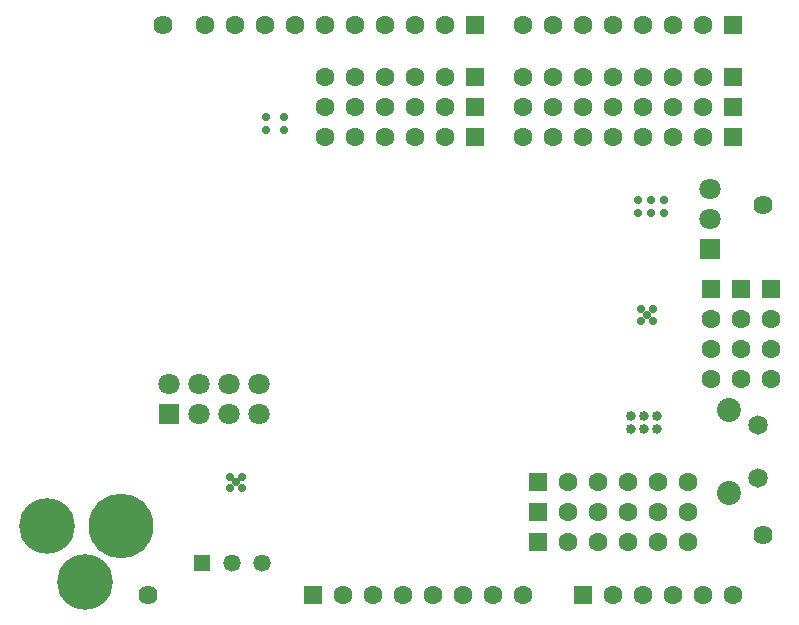
<source format=gbs>
G04 Layer_Color=16711935*
%FSLAX44Y44*%
%MOMM*%
G71*
G01*
G75*
%ADD83C,0.7400*%
%ADD86C,0.8400*%
%ADD153C,1.6000*%
%ADD154R,1.6000X1.6000*%
%ADD155C,1.8000*%
%ADD156R,1.8000X1.8000*%
%ADD157R,1.8000X1.8000*%
%ADD158C,4.7200*%
%ADD159C,5.4800*%
%ADD160R,1.6000X1.6000*%
%ADD161C,1.6400*%
%ADD162C,2.0300*%
%ADD163C,1.4700*%
%ADD164R,1.4700X1.4700*%
%ADD165C,1.6240*%
D83*
X567718Y256879D02*
D03*
X557718D02*
D03*
Y266879D02*
D03*
X567718D02*
D03*
X562718Y261879D02*
D03*
X214140Y120280D02*
D03*
X209140Y115280D02*
D03*
X219140D02*
D03*
X209140Y125280D02*
D03*
X219140D02*
D03*
X554717Y359379D02*
D03*
X565718D02*
D03*
X576717D02*
D03*
X554717Y348379D02*
D03*
X565718D02*
D03*
X576717D02*
D03*
X240000Y419000D02*
D03*
X255000D02*
D03*
Y430000D02*
D03*
X240000D02*
D03*
D86*
X571000Y165500D02*
D03*
X560000D02*
D03*
X549000D02*
D03*
X571000Y176500D02*
D03*
X560000D02*
D03*
X549000D02*
D03*
D153*
X187960Y508000D02*
D03*
X213360D02*
D03*
X264160D02*
D03*
X238760D02*
D03*
X289560D02*
D03*
X314960D02*
D03*
X340360D02*
D03*
X365760D02*
D03*
X391160D02*
D03*
X596900Y120650D02*
D03*
X571500D02*
D03*
X546100D02*
D03*
X520700D02*
D03*
X495300D02*
D03*
X289560Y412750D02*
D03*
X314960D02*
D03*
X340360D02*
D03*
X365760D02*
D03*
X391160D02*
D03*
X289560Y463550D02*
D03*
X314960D02*
D03*
X340360D02*
D03*
X365760D02*
D03*
X391160D02*
D03*
X457200D02*
D03*
X533400D02*
D03*
X508000D02*
D03*
X482600D02*
D03*
X558800D02*
D03*
X584200D02*
D03*
X609600D02*
D03*
X457200Y412750D02*
D03*
X533400D02*
D03*
X508000D02*
D03*
X482600D02*
D03*
X558800D02*
D03*
X584200D02*
D03*
X609600D02*
D03*
X289560Y438150D02*
D03*
X314960D02*
D03*
X340360D02*
D03*
X365760D02*
D03*
X391160D02*
D03*
X596900Y69850D02*
D03*
X571500D02*
D03*
X546100D02*
D03*
X520700D02*
D03*
X495300D02*
D03*
X642000Y258800D02*
D03*
Y233400D02*
D03*
Y208000D02*
D03*
X609600Y508000D02*
D03*
X584200D02*
D03*
X558800D02*
D03*
X533400D02*
D03*
X508000D02*
D03*
X457200D02*
D03*
X482600D02*
D03*
X596900Y95250D02*
D03*
X571500D02*
D03*
X546100D02*
D03*
X520700D02*
D03*
X495300D02*
D03*
X667400Y258800D02*
D03*
Y233400D02*
D03*
Y208000D02*
D03*
X457200Y438150D02*
D03*
X533400D02*
D03*
X508000D02*
D03*
X482600D02*
D03*
X558800D02*
D03*
X584200D02*
D03*
X609600D02*
D03*
X304800Y25400D02*
D03*
X330200D02*
D03*
X355600D02*
D03*
X381000D02*
D03*
X406400D02*
D03*
X457200D02*
D03*
X431800D02*
D03*
X616600Y258800D02*
D03*
Y233400D02*
D03*
Y208000D02*
D03*
X533400Y25400D02*
D03*
X558800D02*
D03*
X584200D02*
D03*
X609600D02*
D03*
X635000D02*
D03*
D154*
X416560Y508000D02*
D03*
X469900Y120650D02*
D03*
X416560Y412750D02*
D03*
Y463550D02*
D03*
X635000D02*
D03*
Y412750D02*
D03*
X416560Y438150D02*
D03*
X469900Y69850D02*
D03*
X635000Y508000D02*
D03*
X469900Y95250D02*
D03*
X635000Y438150D02*
D03*
X279400Y25400D02*
D03*
X508000D02*
D03*
D155*
X208679Y178282D02*
D03*
X183279D02*
D03*
X157879Y203682D02*
D03*
X183279D02*
D03*
X208679D02*
D03*
X234079D02*
D03*
Y178282D02*
D03*
X615700Y343279D02*
D03*
Y368679D02*
D03*
D156*
X157879Y178282D02*
D03*
D157*
X615700Y317879D02*
D03*
D158*
X54340Y83820D02*
D03*
X86840Y35820D02*
D03*
D159*
X116840Y83820D02*
D03*
D160*
X642000Y284200D02*
D03*
X667400D02*
D03*
X616600D02*
D03*
D161*
X656590Y168910D02*
D03*
Y123910D02*
D03*
D162*
X631590Y181410D02*
D03*
Y111410D02*
D03*
D163*
X236220Y52070D02*
D03*
X210820D02*
D03*
D164*
X185420D02*
D03*
D165*
X660400Y76200D02*
D03*
Y355600D02*
D03*
X152400Y508000D02*
D03*
X139700Y25400D02*
D03*
M02*

</source>
